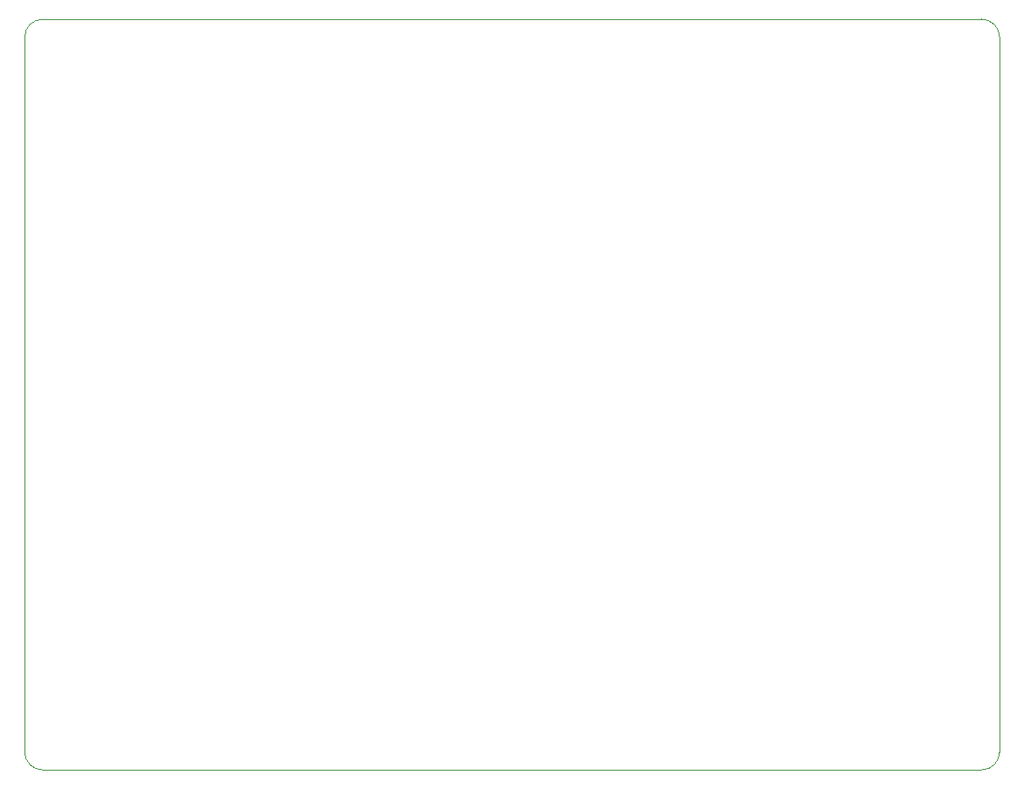
<source format=gko>
%TF.GenerationSoftware,KiCad,Pcbnew,8.0.1*%
%TF.CreationDate,2024-08-04T17:14:24+01:00*%
%TF.ProjectId,RP2040_base,52503230-3430-45f6-9261-73652e6b6963,REV1.1*%
%TF.SameCoordinates,Original*%
%TF.FileFunction,Profile,NP*%
%FSLAX46Y46*%
G04 Gerber Fmt 4.6, Leading zero omitted, Abs format (unit mm)*
G04 Created by KiCad (PCBNEW 8.0.1) date 2024-08-04 17:14:24*
%MOMM*%
%LPD*%
G01*
G04 APERTURE LIST*
%TA.AperFunction,Profile*%
%ADD10C,0.050000*%
%TD*%
G04 APERTURE END LIST*
D10*
X76650000Y-62650000D02*
G75*
G02*
X78400000Y-60900000I1750000J0D01*
G01*
X169300000Y-60900000D02*
G75*
G02*
X171050000Y-62650000I0J-1750000D01*
G01*
X76650000Y-131900000D02*
X76650000Y-62650000D01*
X169300000Y-133650000D02*
X78400000Y-133650000D01*
X171050000Y-131900000D02*
G75*
G02*
X169300000Y-133650000I-1750000J0D01*
G01*
X169300000Y-60900000D02*
X78400000Y-60900000D01*
X78400000Y-133650000D02*
G75*
G02*
X76650000Y-131900000I0J1750000D01*
G01*
X171050000Y-62650000D02*
X171050000Y-131900000D01*
M02*

</source>
